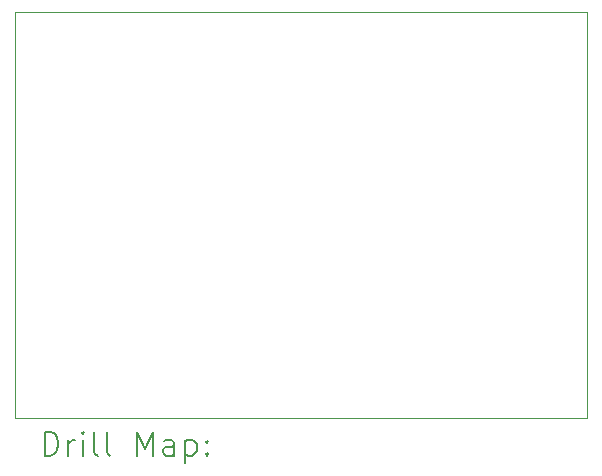
<source format=gbr>
%TF.GenerationSoftware,KiCad,Pcbnew,(6.0.10)*%
%TF.CreationDate,2023-02-10T15:19:30+05:30*%
%TF.ProjectId,MpptDemoBoard,4d707074-4465-46d6-9f42-6f6172642e6b,rev?*%
%TF.SameCoordinates,Original*%
%TF.FileFunction,Drillmap*%
%TF.FilePolarity,Positive*%
%FSLAX45Y45*%
G04 Gerber Fmt 4.5, Leading zero omitted, Abs format (unit mm)*
G04 Created by KiCad (PCBNEW (6.0.10)) date 2023-02-10 15:19:30*
%MOMM*%
%LPD*%
G01*
G04 APERTURE LIST*
%ADD10C,0.100000*%
%ADD11C,0.200000*%
G04 APERTURE END LIST*
D10*
X9903460Y-9779000D02*
X14747240Y-9779000D01*
X14747240Y-9779000D02*
X14747240Y-13223240D01*
X14747240Y-13223240D02*
X9903460Y-13223240D01*
X9903460Y-13223240D02*
X9903460Y-9779000D01*
D11*
X10156079Y-13538716D02*
X10156079Y-13338716D01*
X10203698Y-13338716D01*
X10232270Y-13348240D01*
X10251317Y-13367288D01*
X10260841Y-13386335D01*
X10270365Y-13424430D01*
X10270365Y-13453002D01*
X10260841Y-13491097D01*
X10251317Y-13510145D01*
X10232270Y-13529192D01*
X10203698Y-13538716D01*
X10156079Y-13538716D01*
X10356079Y-13538716D02*
X10356079Y-13405383D01*
X10356079Y-13443478D02*
X10365603Y-13424430D01*
X10375127Y-13414907D01*
X10394174Y-13405383D01*
X10413222Y-13405383D01*
X10479889Y-13538716D02*
X10479889Y-13405383D01*
X10479889Y-13338716D02*
X10470365Y-13348240D01*
X10479889Y-13357764D01*
X10489412Y-13348240D01*
X10479889Y-13338716D01*
X10479889Y-13357764D01*
X10603698Y-13538716D02*
X10584650Y-13529192D01*
X10575127Y-13510145D01*
X10575127Y-13338716D01*
X10708460Y-13538716D02*
X10689412Y-13529192D01*
X10679889Y-13510145D01*
X10679889Y-13338716D01*
X10937031Y-13538716D02*
X10937031Y-13338716D01*
X11003698Y-13481573D01*
X11070365Y-13338716D01*
X11070365Y-13538716D01*
X11251317Y-13538716D02*
X11251317Y-13433954D01*
X11241793Y-13414907D01*
X11222746Y-13405383D01*
X11184650Y-13405383D01*
X11165603Y-13414907D01*
X11251317Y-13529192D02*
X11232269Y-13538716D01*
X11184650Y-13538716D01*
X11165603Y-13529192D01*
X11156079Y-13510145D01*
X11156079Y-13491097D01*
X11165603Y-13472049D01*
X11184650Y-13462526D01*
X11232269Y-13462526D01*
X11251317Y-13453002D01*
X11346555Y-13405383D02*
X11346555Y-13605383D01*
X11346555Y-13414907D02*
X11365603Y-13405383D01*
X11403698Y-13405383D01*
X11422746Y-13414907D01*
X11432269Y-13424430D01*
X11441793Y-13443478D01*
X11441793Y-13500621D01*
X11432269Y-13519668D01*
X11422746Y-13529192D01*
X11403698Y-13538716D01*
X11365603Y-13538716D01*
X11346555Y-13529192D01*
X11527508Y-13519668D02*
X11537031Y-13529192D01*
X11527508Y-13538716D01*
X11517984Y-13529192D01*
X11527508Y-13519668D01*
X11527508Y-13538716D01*
X11527508Y-13414907D02*
X11537031Y-13424430D01*
X11527508Y-13433954D01*
X11517984Y-13424430D01*
X11527508Y-13414907D01*
X11527508Y-13433954D01*
M02*

</source>
